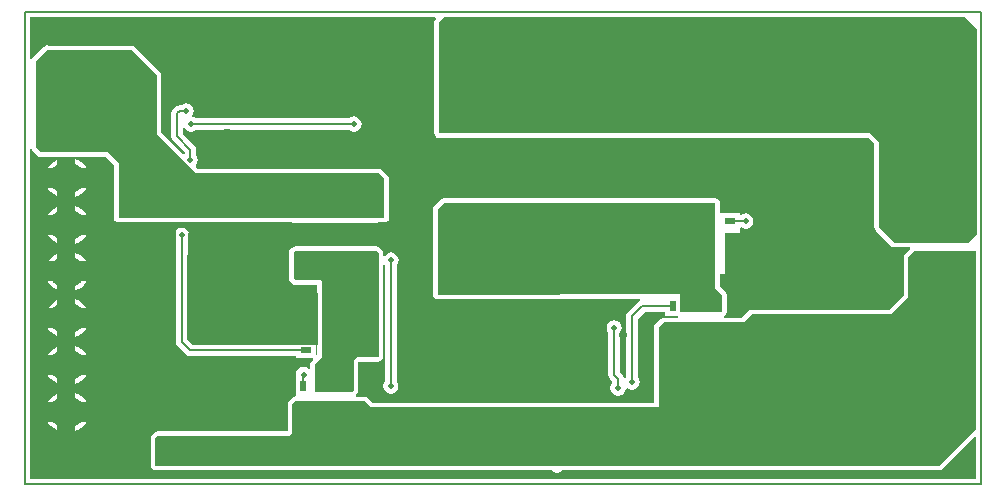
<source format=gtl>
%FSLAX25Y25*%
%MOIN*%
G70*
G01*
G75*
G04 Layer_Physical_Order=1*
G04 Layer_Color=255*
%ADD10R,0.10630X0.03937*%
%ADD11R,0.02126X0.03543*%
%ADD12R,0.06299X0.01969*%
%ADD13R,0.07874X0.14410*%
%ADD14R,0.09843X0.14410*%
%ADD15R,0.25590X0.07559*%
%ADD16R,0.03543X0.02126*%
%ADD17R,0.01969X0.06299*%
%ADD18R,0.14410X0.07874*%
%ADD19R,0.14410X0.09843*%
%ADD20R,0.48504X0.15354*%
%ADD21C,0.00800*%
%ADD22R,0.19863X0.06977*%
%ADD23R,0.06180X0.93198*%
%ADD24R,0.45000X0.11900*%
%ADD25R,0.14563X0.09851*%
%ADD26R,0.30545X0.09475*%
%ADD27R,0.84414X0.11700*%
%ADD28R,0.46600X0.09300*%
%ADD29R,0.07500X0.15800*%
%ADD30R,0.07871X0.17200*%
%ADD31C,0.00500*%
%ADD32O,0.11811X0.09843*%
%ADD33R,0.11811X0.09843*%
%ADD34C,0.04000*%
%ADD35C,0.03000*%
%ADD36C,0.02000*%
%ADD37C,0.05000*%
G36*
X230200Y-92500D02*
X232500Y-94300D01*
Y-100000D01*
X218500D01*
Y-94100D01*
X137700Y-94200D01*
X137600Y-94100D01*
Y-65600D01*
X139600Y-63600D01*
X230200D01*
Y-92500D01*
D02*
G37*
G36*
X118000Y-80400D02*
Y-114700D01*
X117700Y-115000D01*
X110600D01*
X109700Y-115900D01*
Y-126100D01*
X109100Y-126700D01*
X96600D01*
Y-117600D01*
X99100Y-115100D01*
Y-90200D01*
X99200Y-90100D01*
X98600Y-89500D01*
X90400D01*
X89600Y-88700D01*
Y-80200D01*
X90200Y-79600D01*
X117200D01*
X118000Y-80400D01*
D02*
G37*
G36*
X7700Y-12800D02*
X35600D01*
X44000Y-21200D01*
Y-40800D01*
X57000Y-53800D01*
X118000D01*
X119900Y-55700D01*
Y-68600D01*
X31300D01*
Y-50300D01*
X27800Y-46800D01*
X5400D01*
X3600Y-45000D01*
Y-16500D01*
X7500Y-12600D01*
X7700Y-12800D01*
D02*
G37*
G36*
X137014Y-2225D02*
X136687Y-2715D01*
X136571Y-3300D01*
Y-40500D01*
X136687Y-41085D01*
X137019Y-41581D01*
X137515Y-41913D01*
X138100Y-42029D01*
X281266D01*
X283171Y-43933D01*
Y-71800D01*
X283287Y-72385D01*
X283619Y-72881D01*
X288719Y-77981D01*
X289215Y-78313D01*
X289800Y-78429D01*
X295054D01*
X295246Y-78891D01*
X293419Y-80719D01*
X293087Y-81215D01*
X292971Y-81800D01*
Y-94291D01*
X287991Y-99271D01*
X242300D01*
X241715Y-99387D01*
X241219Y-99719D01*
X239067Y-101871D01*
X233262D01*
X233116Y-101392D01*
X233396Y-101206D01*
X233551D01*
Y-101102D01*
X233581Y-101081D01*
X233913Y-100585D01*
X234029Y-100000D01*
Y-94300D01*
X234011Y-94208D01*
X234018Y-94115D01*
X233953Y-93918D01*
X233913Y-93715D01*
X233861Y-93637D01*
X233832Y-93548D01*
X233697Y-93391D01*
X233581Y-93219D01*
X233504Y-93167D01*
X233443Y-93096D01*
X231729Y-91755D01*
Y-87404D01*
X231914Y-87219D01*
X232083Y-87219D01*
X232083Y-87219D01*
Y-87219D01*
X234686D01*
Y-84655D01*
X235185D01*
Y-84156D01*
X238457D01*
Y-82219D01*
Y-80156D01*
X235185D01*
Y-79156D01*
X238457D01*
Y-77219D01*
Y-75156D01*
X235185D01*
Y-74156D01*
X238457D01*
Y-72219D01*
Y-71925D01*
X238898Y-71689D01*
X239381Y-72011D01*
X240356Y-72205D01*
X241331Y-72011D01*
X242158Y-71458D01*
X242711Y-70631D01*
X242905Y-69656D01*
X242711Y-68680D01*
X242158Y-67853D01*
X241331Y-67301D01*
X240356Y-67107D01*
X239381Y-67301D01*
X238898Y-67623D01*
X238457Y-67387D01*
Y-67093D01*
X232083D01*
X232083Y-67093D01*
Y-67093D01*
X231914Y-67093D01*
X231729Y-66908D01*
Y-63600D01*
X231613Y-63015D01*
X231281Y-62519D01*
X230785Y-62187D01*
X230200Y-62071D01*
X139600D01*
X139015Y-62187D01*
X138519Y-62519D01*
X136519Y-64519D01*
X136187Y-65015D01*
X136071Y-65600D01*
Y-94100D01*
X136187Y-94685D01*
X136519Y-95181D01*
X136619Y-95281D01*
X136619Y-95282D01*
X136620Y-95283D01*
X136867Y-95447D01*
X137115Y-95613D01*
X137116Y-95613D01*
X137117Y-95614D01*
X137408Y-95671D01*
X137700Y-95729D01*
X137701Y-95729D01*
X137702Y-95729D01*
X205078Y-95646D01*
X205128Y-96144D01*
X205125Y-96144D01*
X204496Y-96564D01*
X201015Y-100045D01*
X200595Y-100674D01*
X200448Y-101415D01*
Y-121814D01*
X200204Y-122179D01*
X199714Y-122082D01*
X199590Y-121459D01*
X199170Y-120830D01*
X198437Y-120098D01*
Y-106901D01*
X198855Y-106275D01*
X199049Y-105300D01*
X198855Y-104324D01*
X198302Y-103498D01*
X197476Y-102945D01*
X196500Y-102751D01*
X195525Y-102945D01*
X194698Y-103498D01*
X194145Y-104324D01*
X193951Y-105300D01*
X194145Y-106275D01*
X194563Y-106901D01*
Y-120900D01*
X194710Y-121641D01*
X195130Y-122270D01*
X195863Y-123002D01*
Y-123783D01*
X195445Y-124408D01*
X195251Y-125383D01*
X195445Y-126359D01*
X195998Y-127186D01*
X196825Y-127738D01*
X197800Y-127932D01*
X198775Y-127738D01*
X199602Y-127186D01*
X200155Y-126359D01*
X200318Y-125540D01*
X200780Y-125349D01*
X201410Y-125770D01*
X202385Y-125964D01*
X203361Y-125770D01*
X204187Y-125217D01*
X204740Y-124390D01*
X204934Y-123415D01*
X204740Y-122440D01*
X204322Y-121814D01*
Y-102217D01*
X206669Y-99871D01*
X213425D01*
Y-101206D01*
X217604D01*
X217884Y-101392D01*
X217738Y-101871D01*
X213100D01*
X212612Y-101968D01*
X212515Y-101987D01*
X212019Y-102319D01*
X210219Y-104119D01*
X209887Y-104615D01*
X209771Y-105200D01*
Y-130271D01*
X116033D01*
X114481Y-128719D01*
X113985Y-128387D01*
X113400Y-128271D01*
X110451D01*
Y-128271D01*
Y-128012D01*
X110451Y-127917D01*
X110451Y-127917D01*
X110451D01*
Y-127512D01*
X110781Y-127181D01*
X111113Y-126685D01*
X111229Y-126100D01*
Y-116534D01*
X111233Y-116529D01*
X117700D01*
X118188Y-116432D01*
X118285Y-116413D01*
X118781Y-116081D01*
X119081Y-115781D01*
X119413Y-115285D01*
X119529Y-114700D01*
Y-84214D01*
X119761Y-84144D01*
X120163Y-84442D01*
Y-122950D01*
X119645Y-123724D01*
X119451Y-124700D01*
X119645Y-125675D01*
X120198Y-126502D01*
X121025Y-127055D01*
X122000Y-127249D01*
X122976Y-127055D01*
X123802Y-126502D01*
X124355Y-125675D01*
X124549Y-124700D01*
X124355Y-123724D01*
X124037Y-123249D01*
Y-84301D01*
X124455Y-83675D01*
X124649Y-82700D01*
X124455Y-81725D01*
X123902Y-80898D01*
X123075Y-80345D01*
X122100Y-80151D01*
X121124Y-80345D01*
X120298Y-80898D01*
X120008Y-81331D01*
X119529Y-81186D01*
Y-80400D01*
X119413Y-79815D01*
X119081Y-79319D01*
X118281Y-78519D01*
X117785Y-78187D01*
X117200Y-78071D01*
X90200D01*
X89615Y-78187D01*
X89119Y-78519D01*
X88519Y-79119D01*
X88187Y-79615D01*
X88071Y-80200D01*
Y-88700D01*
X88187Y-89285D01*
X88519Y-89781D01*
X89319Y-90581D01*
X89815Y-90913D01*
X90400Y-91029D01*
X97571D01*
Y-114117D01*
X97155Y-114394D01*
X97038Y-114346D01*
Y-110401D01*
Y-108338D01*
X90495D01*
Y-110401D01*
Y-110901D01*
X55940D01*
X54237Y-109198D01*
Y-80964D01*
X59426D01*
Y-77496D01*
Y-74027D01*
X54755D01*
X54655Y-73524D01*
X54102Y-72698D01*
X53276Y-72145D01*
X52300Y-71951D01*
X51324Y-72145D01*
X50498Y-72698D01*
X49945Y-73524D01*
X49845Y-74027D01*
X44926D01*
Y-77496D01*
Y-80964D01*
X50363D01*
Y-110000D01*
X50363Y-110000D01*
X50363D01*
X50510Y-110741D01*
X50930Y-111370D01*
X53768Y-114208D01*
X54396Y-114628D01*
X55138Y-114775D01*
X90495D01*
Y-115401D01*
X95983D01*
X96174Y-115863D01*
X95519Y-116519D01*
X95187Y-117015D01*
X95071Y-117600D01*
Y-118730D01*
X94630Y-118966D01*
X93925Y-118495D01*
X92950Y-118301D01*
X91975Y-118495D01*
X91148Y-119048D01*
X90595Y-119875D01*
X90401Y-120850D01*
X90485Y-121274D01*
X90325Y-121468D01*
X90325D01*
Y-128012D01*
X90325D01*
X90300Y-128171D01*
X89812Y-128268D01*
X89715Y-128287D01*
X89219Y-128619D01*
X88119Y-129719D01*
X87787Y-130215D01*
X87671Y-130800D01*
Y-139713D01*
X87619Y-139771D01*
X44300D01*
X43715Y-139887D01*
X43219Y-140219D01*
X42419Y-141019D01*
X42087Y-141515D01*
X41971Y-142100D01*
Y-151000D01*
X42087Y-151585D01*
X42419Y-152081D01*
X42619Y-152281D01*
X43115Y-152613D01*
X43700Y-152729D01*
X175449D01*
X175498Y-152802D01*
X176324Y-153355D01*
X177300Y-153549D01*
X178276Y-153355D01*
X179102Y-152802D01*
X179151Y-152729D01*
X210797D01*
X211300Y-152829D01*
X304726D01*
X305311Y-152713D01*
X305807Y-152381D01*
X316651Y-141537D01*
X317113Y-141729D01*
Y-155696D01*
X1784D01*
Y-45844D01*
X2263Y-45699D01*
X2519Y-46082D01*
X4319Y-47881D01*
X4815Y-48213D01*
X5400Y-48329D01*
X27167D01*
X29771Y-50933D01*
Y-68600D01*
X29887Y-69185D01*
X30219Y-69681D01*
X30715Y-70013D01*
X31300Y-70129D01*
X89031D01*
Y-70203D01*
X117621D01*
Y-70129D01*
X119900D01*
X120485Y-70013D01*
X120981Y-69681D01*
X121313Y-69185D01*
X121429Y-68600D01*
Y-55700D01*
X121313Y-55115D01*
X120981Y-54619D01*
X119081Y-52719D01*
X118585Y-52387D01*
X118000Y-52271D01*
X57634D01*
X56954Y-51591D01*
X57002Y-51102D01*
X57555Y-50275D01*
X57749Y-49300D01*
X57555Y-48324D01*
X57137Y-47699D01*
Y-45900D01*
X56990Y-45159D01*
X56570Y-44530D01*
X52737Y-40698D01*
Y-38637D01*
X53216Y-38492D01*
X53676Y-39181D01*
X54503Y-39734D01*
X55479Y-39928D01*
X56454Y-39734D01*
X57079Y-39316D01*
X108178D01*
X108803Y-39734D01*
X109779Y-39928D01*
X110754Y-39734D01*
X111581Y-39181D01*
X112134Y-38354D01*
X112328Y-37379D01*
X112134Y-36403D01*
X111581Y-35576D01*
X110754Y-35024D01*
X109779Y-34830D01*
X108803Y-35024D01*
X108178Y-35441D01*
X57079D01*
X56454Y-35024D01*
X55717Y-34877D01*
X55702Y-34802D01*
X56255Y-33975D01*
X56449Y-33000D01*
X56255Y-32024D01*
X55702Y-31198D01*
X54875Y-30645D01*
X53900Y-30451D01*
X52925Y-30645D01*
X52299Y-31063D01*
X51600D01*
X50859Y-31210D01*
X50230Y-31630D01*
X49430Y-32430D01*
X49010Y-33059D01*
X48863Y-33800D01*
Y-41500D01*
X48863Y-41500D01*
X48863D01*
X49010Y-42241D01*
X49430Y-42870D01*
X53263Y-46702D01*
Y-47247D01*
X52801Y-47438D01*
X45529Y-40167D01*
Y-21200D01*
X45432Y-20712D01*
X45413Y-20615D01*
X45081Y-20119D01*
X36681Y-11719D01*
X36185Y-11387D01*
X35600Y-11271D01*
X8210D01*
X8085Y-11187D01*
X7500Y-11071D01*
X6915Y-11187D01*
X6419Y-11519D01*
X2519Y-15419D01*
X2263Y-15801D01*
X1784Y-15656D01*
Y-1784D01*
X136778D01*
X137014Y-2225D01*
D02*
G37*
G36*
X317126Y-138900D02*
X304726Y-151300D01*
X211300D01*
Y-151200D01*
X43700D01*
X43500Y-151000D01*
Y-142100D01*
X44300Y-141300D01*
X88300D01*
X89200Y-140300D01*
Y-130800D01*
X90300Y-129700D01*
X90400Y-129800D01*
X113400D01*
X115400Y-131800D01*
X211300D01*
Y-105200D01*
X213100Y-103400D01*
X239700D01*
X242300Y-100800D01*
X288624D01*
X294500Y-94924D01*
Y-81800D01*
X296500Y-79800D01*
X317126D01*
Y-138900D01*
D02*
G37*
G36*
X317500Y-5600D02*
Y-73900D01*
X314500Y-76900D01*
X289800D01*
X284700Y-71800D01*
Y-43300D01*
X281900Y-40500D01*
X138100D01*
Y-3300D01*
X139800Y-1600D01*
X313500D01*
X317500Y-5600D01*
D02*
G37*
%LPC*%
G36*
X97038Y-98338D02*
X90495D01*
Y-100401D01*
Y-102338D01*
X97038D01*
Y-100401D01*
Y-98338D01*
D02*
G37*
G36*
X13673Y-102626D02*
X6786D01*
X6861Y-103385D01*
X7228Y-104595D01*
X7824Y-105711D01*
X8626Y-106689D01*
X9604Y-107491D01*
X10720Y-108087D01*
X11930Y-108455D01*
X13189Y-108579D01*
X13673D01*
Y-102626D01*
D02*
G37*
G36*
X21561D02*
X14673D01*
Y-108579D01*
X15157D01*
X16416Y-108455D01*
X17627Y-108087D01*
X18742Y-107491D01*
X19720Y-106689D01*
X20522Y-105711D01*
X21119Y-104595D01*
X21486Y-103385D01*
X21561Y-102626D01*
D02*
G37*
G36*
X97038Y-103338D02*
X90495D01*
Y-105401D01*
Y-107338D01*
X97038D01*
Y-105401D01*
Y-103338D01*
D02*
G37*
G36*
X13673Y-95674D02*
X13189D01*
X11930Y-95798D01*
X10720Y-96165D01*
X9604Y-96761D01*
X8626Y-97564D01*
X7824Y-98541D01*
X7228Y-99657D01*
X6861Y-100867D01*
X6786Y-101626D01*
X13673D01*
Y-95674D01*
D02*
G37*
G36*
X93266Y-95275D02*
X90495D01*
Y-97338D01*
X93266D01*
Y-95275D01*
D02*
G37*
G36*
X283541Y-94998D02*
X277226D01*
Y-97967D01*
X283541D01*
Y-94998D01*
D02*
G37*
G36*
X248226Y-91030D02*
X241911D01*
Y-93998D01*
X248226D01*
Y-91030D01*
D02*
G37*
G36*
X97038Y-95275D02*
X94266D01*
Y-97338D01*
X97038D01*
Y-95275D01*
D02*
G37*
G36*
X255541Y-91030D02*
Y-91030D01*
X249226D01*
Y-94499D01*
Y-97967D01*
X255541D01*
Y-97967D01*
X255541D01*
X255541Y-97967D01*
X255911D01*
Y-97967D01*
X262226D01*
Y-94499D01*
Y-91030D01*
X255911D01*
D01*
D01*
X255911Y-91030D01*
X255541D01*
D02*
G37*
G36*
X15157Y-95674D02*
X14673D01*
Y-101626D01*
X21561D01*
X21486Y-100867D01*
X21119Y-99657D01*
X20522Y-98541D01*
X19720Y-97564D01*
X18742Y-96761D01*
X17627Y-96165D01*
X16416Y-95798D01*
X15157Y-95674D01*
D02*
G37*
G36*
X248226Y-94998D02*
X241911D01*
Y-97967D01*
X248226D01*
Y-94998D01*
D02*
G37*
G36*
X269911Y-91030D02*
X269624Y-91030D01*
X269541D01*
Y-91030D01*
X269541D01*
X269541D01*
X263226D01*
Y-94499D01*
Y-97967D01*
X269541D01*
Y-97967D01*
X269541D01*
X269541Y-97967D01*
X269911D01*
Y-97967D01*
X276226D01*
Y-94499D01*
Y-91030D01*
X269911D01*
Y-91030D01*
D02*
G37*
G36*
X79326Y-130336D02*
X66726D01*
Y-133806D01*
Y-137273D01*
X79326D01*
Y-133806D01*
Y-130336D01*
D02*
G37*
G36*
X86641Y-134305D02*
X80326D01*
Y-137273D01*
X86641D01*
Y-134305D01*
D02*
G37*
G36*
X52126Y-130336D02*
X45811D01*
Y-133305D01*
X52126D01*
Y-130336D01*
D02*
G37*
G36*
X65726D02*
X53126D01*
Y-133806D01*
Y-137273D01*
X65726D01*
Y-133806D01*
Y-130336D01*
D02*
G37*
G36*
X13673Y-133807D02*
X6786D01*
X6861Y-134566D01*
X7228Y-135777D01*
X7824Y-136892D01*
X8626Y-137870D01*
X9604Y-138672D01*
X10720Y-139269D01*
X11930Y-139636D01*
X13189Y-139760D01*
X13673D01*
Y-133807D01*
D02*
G37*
G36*
X21561D02*
X14673D01*
Y-139760D01*
X15157D01*
X16416Y-139636D01*
X17627Y-139269D01*
X18742Y-138672D01*
X19720Y-137870D01*
X20522Y-136892D01*
X21119Y-135777D01*
X21486Y-134566D01*
X21561Y-133807D01*
D02*
G37*
G36*
X52126Y-134305D02*
X45811D01*
Y-137273D01*
X52126D01*
Y-134305D01*
D02*
G37*
G36*
X21561Y-118217D02*
X14673D01*
Y-124169D01*
X15157D01*
X16416Y-124045D01*
X17627Y-123678D01*
X18742Y-123082D01*
X19720Y-122279D01*
X20522Y-121301D01*
X21119Y-120186D01*
X21486Y-118976D01*
X21561Y-118217D01*
D02*
G37*
G36*
X13673Y-111265D02*
X13189D01*
X11930Y-111389D01*
X10720Y-111756D01*
X9604Y-112352D01*
X8626Y-113154D01*
X7824Y-114132D01*
X7228Y-115248D01*
X6861Y-116458D01*
X6786Y-117217D01*
X13673D01*
Y-111265D01*
D02*
G37*
G36*
X15157D02*
X14673D01*
Y-117217D01*
X21561D01*
X21486Y-116458D01*
X21119Y-115248D01*
X20522Y-114132D01*
X19720Y-113154D01*
X18742Y-112352D01*
X17627Y-111756D01*
X16416Y-111389D01*
X15157Y-111265D01*
D02*
G37*
G36*
X13673Y-118217D02*
X6786D01*
X6861Y-118976D01*
X7228Y-120186D01*
X7824Y-121301D01*
X8626Y-122279D01*
X9604Y-123082D01*
X10720Y-123678D01*
X11930Y-124045D01*
X13189Y-124169D01*
X13673D01*
Y-118217D01*
D02*
G37*
G36*
X86641Y-130336D02*
X80326D01*
Y-133305D01*
X86641D01*
Y-130336D01*
D02*
G37*
G36*
X13673Y-126855D02*
X13189D01*
X11930Y-126979D01*
X10720Y-127346D01*
X9604Y-127943D01*
X8626Y-128745D01*
X7824Y-129723D01*
X7228Y-130838D01*
X6861Y-132049D01*
X6786Y-132807D01*
X13673D01*
Y-126855D01*
D02*
G37*
G36*
X15157D02*
X14673D01*
Y-132807D01*
X21561D01*
X21486Y-132049D01*
X21119Y-130838D01*
X20522Y-129723D01*
X19720Y-128745D01*
X18742Y-127943D01*
X17627Y-127346D01*
X16416Y-126979D01*
X15157Y-126855D01*
D02*
G37*
G36*
X283541Y-91030D02*
X277226D01*
Y-93998D01*
X283541D01*
Y-91030D01*
D02*
G37*
G36*
X13673Y-48902D02*
X13189D01*
X11930Y-49026D01*
X10720Y-49393D01*
X9604Y-49990D01*
X8626Y-50792D01*
X7824Y-51770D01*
X7228Y-52885D01*
X6861Y-54096D01*
X6786Y-54854D01*
X13673D01*
Y-48902D01*
D02*
G37*
G36*
X15157D02*
X14673D01*
Y-54854D01*
X21561D01*
X21486Y-54096D01*
X21119Y-52885D01*
X20522Y-51770D01*
X19720Y-50792D01*
X18742Y-49990D01*
X17627Y-49393D01*
X16416Y-49026D01*
X15157Y-48902D01*
D02*
G37*
G36*
X205826Y-50389D02*
X199511D01*
Y-53357D01*
X205826D01*
Y-50389D01*
D02*
G37*
G36*
X21561Y-55854D02*
X14673D01*
Y-61807D01*
X15157D01*
X16416Y-61683D01*
X17627Y-61316D01*
X18742Y-60719D01*
X19720Y-59917D01*
X20522Y-58939D01*
X21119Y-57824D01*
X21486Y-56613D01*
X21561Y-55854D01*
D02*
G37*
G36*
X13673Y-64493D02*
X13189D01*
X11930Y-64617D01*
X10720Y-64984D01*
X9604Y-65580D01*
X8626Y-66382D01*
X7824Y-67360D01*
X7228Y-68476D01*
X6861Y-69686D01*
X6786Y-70445D01*
X13673D01*
Y-64493D01*
D02*
G37*
G36*
X15157D02*
X14673D01*
Y-70445D01*
X21561D01*
X21486Y-69686D01*
X21119Y-68476D01*
X20522Y-67360D01*
X19720Y-66382D01*
X18742Y-65580D01*
X17627Y-64984D01*
X16416Y-64617D01*
X15157Y-64493D01*
D02*
G37*
G36*
X13673Y-55854D02*
X6786D01*
X6861Y-56613D01*
X7228Y-57824D01*
X7824Y-58939D01*
X8626Y-59917D01*
X9604Y-60719D01*
X10720Y-61316D01*
X11930Y-61683D01*
X13189Y-61807D01*
X13673D01*
Y-55854D01*
D02*
G37*
G36*
X282141Y-50389D02*
X275826D01*
Y-53357D01*
X282141D01*
Y-50389D01*
D02*
G37*
G36*
X241094Y-46420D02*
Y-46420D01*
X240911Y-46420D01*
X240826D01*
X240741D01*
X240558Y-46420D01*
X240558Y-46420D01*
Y-46420D01*
X234426D01*
Y-49890D01*
Y-53357D01*
X240741D01*
Y-53357D01*
X240911D01*
X241094Y-53357D01*
X241094Y-53357D01*
Y-53357D01*
X247226D01*
Y-49890D01*
Y-46420D01*
X241094D01*
X241094Y-46420D01*
D02*
G37*
G36*
X254894D02*
Y-46420D01*
X254711Y-46420D01*
X254626D01*
X254541D01*
X254358Y-46420D01*
X254358Y-46420D01*
Y-46420D01*
X248226D01*
Y-49890D01*
Y-53357D01*
X254541D01*
Y-53357D01*
X254711D01*
X254894Y-53357D01*
X254894Y-53357D01*
Y-53357D01*
X261026D01*
Y-49890D01*
Y-46420D01*
X254894D01*
X254894Y-46420D01*
D02*
G37*
G36*
X268694D02*
Y-46420D01*
X268511Y-46420D01*
X268426D01*
X268341D01*
X268158Y-46420D01*
X268158Y-46420D01*
Y-46420D01*
X262026D01*
Y-49890D01*
Y-53357D01*
X268341D01*
Y-53357D01*
X268511D01*
X268694Y-53357D01*
X268694Y-53357D01*
Y-53357D01*
X274826D01*
Y-49890D01*
Y-46420D01*
X268694D01*
X268694Y-46420D01*
D02*
G37*
G36*
X227294D02*
Y-46420D01*
X227111Y-46420D01*
X227026D01*
X226941D01*
X226758Y-46420D01*
X226758Y-46420D01*
Y-46420D01*
X220626D01*
Y-49890D01*
Y-53357D01*
X226941D01*
Y-53357D01*
X227111D01*
X227294Y-53357D01*
X227294Y-53357D01*
Y-53357D01*
X233426D01*
Y-49890D01*
Y-46420D01*
X227294D01*
X227294Y-46420D01*
D02*
G37*
G36*
X205826Y-46420D02*
X199511D01*
Y-49389D01*
X205826D01*
Y-46420D01*
D02*
G37*
G36*
X282141D02*
X275826D01*
Y-49389D01*
X282141D01*
Y-46420D01*
D02*
G37*
G36*
X213494Y-46420D02*
Y-46420D01*
X213311Y-46420D01*
X213226D01*
X213141D01*
X212958Y-46420D01*
X212958Y-46420D01*
Y-46420D01*
X206826D01*
Y-49890D01*
Y-53357D01*
X213141D01*
Y-53357D01*
X213311D01*
X213494Y-53357D01*
X213494Y-53357D01*
Y-53357D01*
X219626D01*
Y-49890D01*
Y-46420D01*
X213494D01*
X213494Y-46420D01*
D02*
G37*
G36*
X15157Y-80083D02*
X14673D01*
Y-86036D01*
X21561D01*
X21486Y-85277D01*
X21119Y-84066D01*
X20522Y-82951D01*
X19720Y-81973D01*
X18742Y-81171D01*
X17627Y-80575D01*
X16416Y-80207D01*
X15157Y-80083D01*
D02*
G37*
G36*
X43926Y-77995D02*
X37611D01*
Y-80964D01*
X43926D01*
Y-77995D01*
D02*
G37*
G36*
X66741D02*
X60426D01*
Y-80964D01*
X66741D01*
Y-77995D01*
D02*
G37*
G36*
X13673Y-80083D02*
X13189D01*
X11930Y-80207D01*
X10720Y-80575D01*
X9604Y-81171D01*
X8626Y-81973D01*
X7824Y-82951D01*
X7228Y-84066D01*
X6861Y-85277D01*
X6786Y-86036D01*
X13673D01*
Y-80083D01*
D02*
G37*
G36*
Y-87036D02*
X6786D01*
X6861Y-87794D01*
X7228Y-89005D01*
X7824Y-90120D01*
X8626Y-91098D01*
X9604Y-91900D01*
X10720Y-92497D01*
X11930Y-92864D01*
X13189Y-92988D01*
X13673D01*
Y-87036D01*
D02*
G37*
G36*
X21561D02*
X14673D01*
Y-92988D01*
X15157D01*
X16416Y-92864D01*
X17627Y-92497D01*
X18742Y-91900D01*
X19720Y-91098D01*
X20522Y-90120D01*
X21119Y-89005D01*
X21486Y-87794D01*
X21561Y-87036D01*
D02*
G37*
G36*
X238457Y-85156D02*
X235686D01*
Y-87219D01*
X238457D01*
Y-85156D01*
D02*
G37*
G36*
X74926Y-77995D02*
X68611D01*
Y-80964D01*
X74926D01*
Y-77995D01*
D02*
G37*
G36*
X66741Y-74027D02*
X60426D01*
Y-76995D01*
X66741D01*
Y-74027D01*
D02*
G37*
G36*
X74926D02*
X68611D01*
Y-76995D01*
X74926D01*
Y-74027D01*
D02*
G37*
G36*
X82241D02*
X75926D01*
Y-76995D01*
X82241D01*
Y-74027D01*
D02*
G37*
G36*
X43926D02*
X37611D01*
Y-76995D01*
X43926D01*
Y-74027D01*
D02*
G37*
G36*
X82241Y-77995D02*
X75926D01*
Y-80964D01*
X82241D01*
Y-77995D01*
D02*
G37*
G36*
X13673Y-71445D02*
X6786D01*
X6861Y-72204D01*
X7228Y-73414D01*
X7824Y-74530D01*
X8626Y-75507D01*
X9604Y-76310D01*
X10720Y-76906D01*
X11930Y-77273D01*
X13189Y-77397D01*
X13673D01*
Y-71445D01*
D02*
G37*
G36*
X21561D02*
X14673D01*
Y-77397D01*
X15157D01*
X16416Y-77273D01*
X17627Y-76906D01*
X18742Y-76310D01*
X19720Y-75507D01*
X20522Y-74530D01*
X21119Y-73414D01*
X21486Y-72204D01*
X21561Y-71445D01*
D02*
G37*
%LPD*%
D10*
X79826Y-146600D02*
D03*
Y-133805D02*
D03*
X66226Y-146600D02*
D03*
Y-133805D02*
D03*
X52626Y-146600D02*
D03*
Y-133805D02*
D03*
X59926Y-64700D02*
D03*
Y-77495D02*
D03*
X75426Y-64700D02*
D03*
Y-77495D02*
D03*
X44426Y-64700D02*
D03*
Y-77495D02*
D03*
X276726Y-107294D02*
D03*
Y-94498D02*
D03*
X262726Y-107294D02*
D03*
Y-94498D02*
D03*
X248726Y-107294D02*
D03*
Y-94498D02*
D03*
X275326Y-37094D02*
D03*
Y-49889D02*
D03*
X247726Y-37094D02*
D03*
Y-49889D02*
D03*
X261526Y-37094D02*
D03*
Y-49889D02*
D03*
X206326Y-37094D02*
D03*
Y-49889D02*
D03*
X220126Y-37094D02*
D03*
Y-49889D02*
D03*
X233926Y-37094D02*
D03*
Y-49889D02*
D03*
D11*
X97888Y-146778D02*
D03*
X107888D02*
D03*
Y-124740D02*
D03*
X92888Y-146778D02*
D03*
X97888Y-124740D02*
D03*
X92888D02*
D03*
X102888Y-146778D02*
D03*
Y-124740D02*
D03*
X220988Y-119972D02*
D03*
X230988D02*
D03*
Y-97934D02*
D03*
X215988Y-119972D02*
D03*
X220988Y-97934D02*
D03*
X215988D02*
D03*
X225988Y-119972D02*
D03*
Y-97934D02*
D03*
D12*
X108262Y-133992D02*
D03*
X92514D02*
D03*
X231362Y-107186D02*
D03*
X215614D02*
D03*
D13*
X105009Y-138028D02*
D03*
X228109Y-111221D02*
D03*
D14*
X96767Y-138028D02*
D03*
X219867Y-111221D02*
D03*
D15*
X103326Y-64924D02*
D03*
Y-83900D02*
D03*
D16*
X115804Y-107838D02*
D03*
Y-97838D02*
D03*
X93766D02*
D03*
X115804Y-112838D02*
D03*
X93766Y-107838D02*
D03*
Y-112838D02*
D03*
X115804Y-102838D02*
D03*
X93766D02*
D03*
X213148Y-74656D02*
D03*
Y-84656D02*
D03*
X235186D02*
D03*
X213148Y-69656D02*
D03*
X235186Y-74656D02*
D03*
Y-69656D02*
D03*
X213148Y-79656D02*
D03*
X235186D02*
D03*
D17*
X103018Y-97464D02*
D03*
Y-113212D02*
D03*
X225934Y-85030D02*
D03*
Y-69282D02*
D03*
D18*
X107053Y-100716D02*
D03*
X221898Y-81777D02*
D03*
D19*
X107053Y-108959D02*
D03*
X221898Y-73535D02*
D03*
D20*
X164026Y-21087D02*
D03*
Y-85300D02*
D03*
D21*
X50800Y-41500D02*
X55200Y-45900D01*
Y-49300D02*
Y-45900D01*
X52300Y-110000D02*
Y-74500D01*
Y-110000D02*
X55138Y-112838D01*
X93766D01*
X50800Y-33800D02*
X51600Y-33000D01*
X53900D01*
X50800Y-41500D02*
Y-33800D01*
X92900Y-122100D02*
Y-120850D01*
X92888Y-122112D02*
X92900Y-122100D01*
X92888Y-124740D02*
Y-122112D01*
X122000Y-124700D02*
X122100Y-124600D01*
Y-82700D01*
X109779Y-37379D02*
X109800Y-37400D01*
X55479Y-37379D02*
X109779D01*
X202385Y-101415D02*
X205866Y-97934D01*
X215988D01*
X202385Y-123415D02*
Y-101415D01*
X235186Y-69656D02*
X240356D01*
X197800Y-125383D02*
Y-122200D01*
X196500Y-120900D02*
X197800Y-122200D01*
X196500Y-120900D02*
Y-105300D01*
D22*
X15369Y-55258D02*
D03*
Y-70849D02*
D03*
Y-86440D02*
D03*
Y-102030D02*
D03*
Y-117621D02*
D03*
Y-133211D02*
D03*
D23*
X13810Y-95501D02*
D03*
D24*
X64400Y-132950D02*
D03*
D25*
X43081Y-78026D02*
D03*
D26*
X69928Y-78262D02*
D03*
D27*
X239993Y-49150D02*
D03*
D28*
X262700Y-94050D02*
D03*
D29*
X237050Y-81500D02*
D03*
D30*
X93635Y-102300D02*
D03*
D31*
X0Y-157480D02*
Y0D01*
Y-157480D02*
X318898D01*
Y0D01*
X0D02*
X318898D01*
D32*
X304724Y-117717D02*
D03*
Y-102126D02*
D03*
Y-70945D02*
D03*
Y-86535D02*
D03*
Y-24173D02*
D03*
Y-39764D02*
D03*
Y-55354D02*
D03*
X14173Y-102126D02*
D03*
Y-117717D02*
D03*
Y-133307D02*
D03*
Y-70945D02*
D03*
Y-86536D02*
D03*
Y-55354D02*
D03*
Y-39764D02*
D03*
D33*
X304724Y-133307D02*
D03*
X14173Y-24173D02*
D03*
D34*
X124300Y-8300D02*
D03*
Y-14160D02*
D03*
Y-20020D02*
D03*
Y-25880D02*
D03*
Y-31740D02*
D03*
Y-37600D02*
D03*
X44100Y-91200D02*
D03*
Y-97060D02*
D03*
Y-102920D02*
D03*
Y-108780D02*
D03*
Y-114640D02*
D03*
Y-120500D02*
D03*
X35400Y-91000D02*
D03*
Y-96860D02*
D03*
Y-102720D02*
D03*
Y-108580D02*
D03*
Y-114440D02*
D03*
Y-120300D02*
D03*
X142700Y-98000D02*
D03*
Y-103860D02*
D03*
Y-109720D02*
D03*
Y-115580D02*
D03*
Y-121440D02*
D03*
Y-127300D02*
D03*
X132600Y-97800D02*
D03*
Y-103660D02*
D03*
Y-109520D02*
D03*
Y-115380D02*
D03*
Y-121240D02*
D03*
Y-127100D02*
D03*
X85600Y-93600D02*
D03*
X79740D02*
D03*
X73880D02*
D03*
X68020D02*
D03*
X62160D02*
D03*
X56300D02*
D03*
X52400Y-122100D02*
D03*
X58260D02*
D03*
X64120D02*
D03*
X69980D02*
D03*
X75840D02*
D03*
X81700D02*
D03*
X52500Y-127000D02*
D03*
X58360D02*
D03*
X64220D02*
D03*
X70080D02*
D03*
X75940D02*
D03*
X81800D02*
D03*
X56100Y-88800D02*
D03*
X61960D02*
D03*
X67820D02*
D03*
X73680D02*
D03*
X79540D02*
D03*
X85400D02*
D03*
X248500Y-81700D02*
D03*
X254360D02*
D03*
X260220D02*
D03*
X266080D02*
D03*
X271940D02*
D03*
X277800D02*
D03*
X248600Y-86700D02*
D03*
X254460D02*
D03*
X260320D02*
D03*
X266180D02*
D03*
X272040D02*
D03*
X277900D02*
D03*
X247700Y-63300D02*
D03*
X253560D02*
D03*
X259420D02*
D03*
X265280D02*
D03*
X271140D02*
D03*
X277000D02*
D03*
X276800Y-58200D02*
D03*
X270940D02*
D03*
X265080D02*
D03*
X259220D02*
D03*
X253360D02*
D03*
X247500D02*
D03*
D35*
X199500Y-107600D02*
D03*
X47500Y-28400D02*
D03*
X118900Y-41700D02*
D03*
X115800Y-25800D02*
D03*
X106600Y-15900D02*
D03*
X67600Y-46300D02*
D03*
X67426Y-40332D02*
D03*
X187500Y-122500D02*
D03*
X187626Y-115726D02*
D03*
X246800Y-44300D02*
D03*
X242060D02*
D03*
X237320D02*
D03*
X232580D02*
D03*
X227840D02*
D03*
X223100D02*
D03*
X251700Y-44200D02*
D03*
X256440D02*
D03*
X261180D02*
D03*
X265920D02*
D03*
X270660D02*
D03*
X275400D02*
D03*
D36*
X217794Y-136594D02*
D03*
X52300Y-74500D02*
D03*
X177400Y-150000D02*
D03*
X150400Y-37300D02*
D03*
X92100Y-81700D02*
D03*
X55200Y-49300D02*
D03*
X53900Y-33000D02*
D03*
X92950Y-120850D02*
D03*
X122000Y-124700D02*
D03*
X122100Y-82700D02*
D03*
X109779Y-37379D02*
D03*
X55479D02*
D03*
X45700Y-146800D02*
D03*
X113100Y-55600D02*
D03*
X202385Y-123415D02*
D03*
X240356Y-69656D02*
D03*
X197800Y-125383D02*
D03*
X196526Y-92526D02*
D03*
X196500Y-105300D02*
D03*
D37*
X287500Y-31200D02*
D03*
X287300Y-23500D02*
D03*
X205300Y-4400D02*
D03*
X194600D02*
D03*
X184100Y-4500D02*
D03*
X174200Y-4400D02*
D03*
X164200D02*
D03*
X154200D02*
D03*
X144000Y-4600D02*
D03*
X123700Y-144200D02*
D03*
X123400Y-136500D02*
D03*
X116000Y-144500D02*
D03*
X115900Y-136200D02*
D03*
X100500Y-141700D02*
D03*
Y-134800D02*
D03*
X107053Y-108959D02*
D03*
Y-100716D02*
D03*
X104800Y-57800D02*
D03*
X75000Y-58400D02*
D03*
X43800Y-57300D02*
D03*
X277200Y-30800D02*
D03*
X266933D02*
D03*
X256667D02*
D03*
X246400D02*
D03*
X236133D02*
D03*
X225867D02*
D03*
X215600D02*
D03*
X215400Y-23300D02*
D03*
X225667D02*
D03*
X235933D02*
D03*
X246200D02*
D03*
X256467D02*
D03*
X266733D02*
D03*
X277000D02*
D03*
X217400Y-74600D02*
D03*
X225500Y-74700D02*
D03*
Y-82100D02*
D03*
X217400Y-82000D02*
D03*
X218800Y-107700D02*
D03*
X226900Y-107800D02*
D03*
Y-115200D02*
D03*
X218800Y-115100D02*
D03*
X289300Y-121600D02*
D03*
X279033D02*
D03*
X268767D02*
D03*
X258500D02*
D03*
X248233D02*
D03*
X237967D02*
D03*
X289400Y-114400D02*
D03*
X279133D02*
D03*
X268867D02*
D03*
X258600D02*
D03*
X248333D02*
D03*
X238067D02*
D03*
X298700Y-146200D02*
D03*
X288433D02*
D03*
X278167D02*
D03*
X267900D02*
D03*
X257633D02*
D03*
X247367D02*
D03*
X237100D02*
D03*
X205600Y-11800D02*
D03*
X195333D02*
D03*
X185067D02*
D03*
X174800D02*
D03*
X164533D02*
D03*
X154267D02*
D03*
X144000D02*
D03*
M02*

</source>
